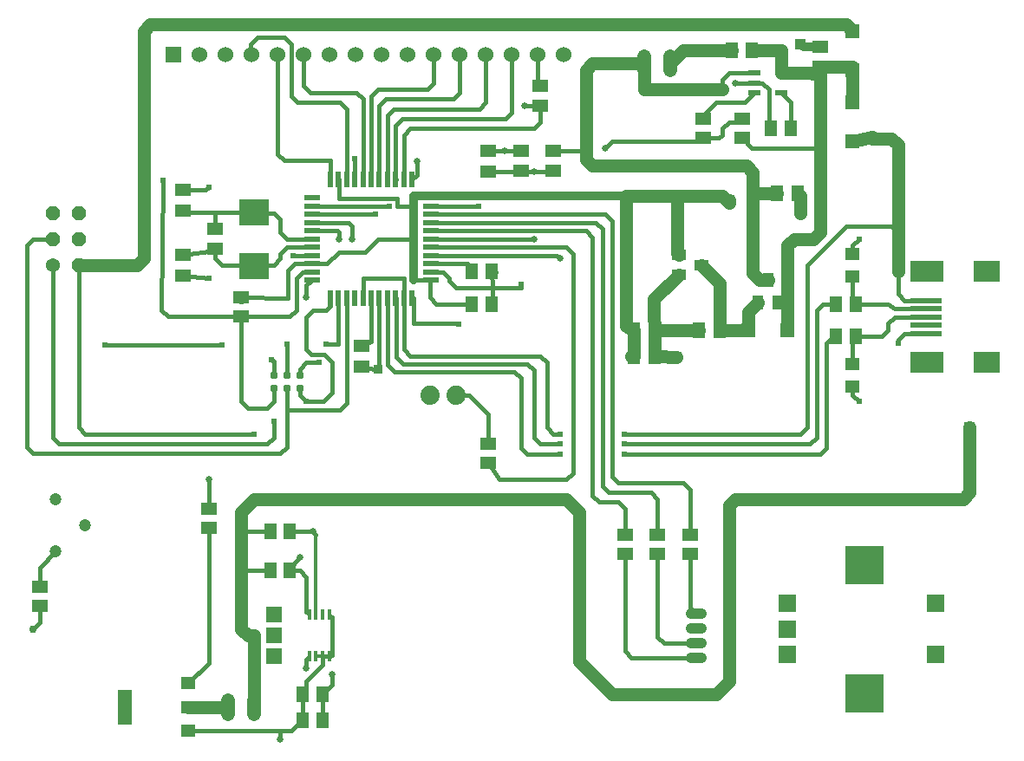
<source format=gbl>
G75*
%MOIN*%
%OFA0B0*%
%FSLAX25Y25*%
%IPPOS*%
%LPD*%
%AMOC8*
5,1,8,0,0,1.08239X$1,22.5*
%
%ADD10C,0.03100*%
%ADD11R,0.09843X0.07874*%
%ADD12R,0.12992X0.07874*%
%ADD13R,0.12205X0.01969*%
%ADD14R,0.05118X0.05906*%
%ADD15R,0.05118X0.06299*%
%ADD16R,0.01969X0.05906*%
%ADD17R,0.05906X0.01969*%
%ADD18R,0.06299X0.05118*%
%ADD19R,0.11811X0.09843*%
%ADD20R,0.05906X0.05118*%
%ADD21R,0.15024X0.15024*%
%ADD22R,0.07087X0.07087*%
%ADD23R,0.04724X0.02165*%
%ADD24C,0.04134*%
%ADD25R,0.06000X0.06000*%
%ADD26C,0.06000*%
%ADD27R,0.03937X0.05512*%
%ADD28R,0.05512X0.05512*%
%ADD29C,0.07400*%
%ADD30R,0.05906X0.05906*%
%ADD31C,0.05400*%
%ADD32OC8,0.05400*%
%ADD33C,0.04724*%
%ADD34C,0.05400*%
%ADD35R,0.01772X0.03937*%
%ADD36R,0.05512X0.04724*%
%ADD37R,0.05512X0.13780*%
%ADD38R,0.05512X0.03937*%
%ADD39C,0.01600*%
%ADD40R,0.02400X0.02400*%
%ADD41R,0.03562X0.03562*%
%ADD42R,0.04134X0.04134*%
%ADD43C,0.05000*%
%ADD44C,0.01200*%
%ADD45C,0.04134*%
%ADD46C,0.03200*%
%ADD47C,0.02972*%
%ADD48C,0.02578*%
%ADD49C,0.02400*%
D10*
X0109300Y0144300D03*
X0109300Y0149300D03*
X0114300Y0149300D03*
X0114300Y0144300D03*
X0119300Y0144300D03*
X0119300Y0149300D03*
D11*
X0383611Y0154280D03*
X0383611Y0189320D03*
D12*
X0360383Y0189320D03*
X0360383Y0154280D03*
D13*
X0359989Y0165501D03*
X0359989Y0168650D03*
X0359989Y0171800D03*
X0359989Y0174950D03*
X0359989Y0178099D03*
D14*
X0333040Y0176800D03*
X0325560Y0176800D03*
X0325560Y0164300D03*
X0333040Y0164300D03*
X0308040Y0244300D03*
X0300560Y0244300D03*
X0115540Y0089300D03*
X0108060Y0089300D03*
X0108060Y0074300D03*
X0115540Y0074300D03*
D15*
X0120363Y0026800D03*
X0128237Y0026800D03*
X0128237Y0016800D03*
X0120363Y0016800D03*
X0247863Y0156800D03*
X0255737Y0156800D03*
X0255737Y0166800D03*
X0247863Y0166800D03*
X0272863Y0166800D03*
X0280737Y0166800D03*
X0302863Y0219300D03*
X0310737Y0219300D03*
X0293237Y0274300D03*
X0285363Y0274300D03*
X0193237Y0189300D03*
X0185363Y0189300D03*
X0185363Y0176800D03*
X0193237Y0176800D03*
D16*
X0162548Y0178965D03*
X0159398Y0178965D03*
X0156249Y0178965D03*
X0153099Y0178965D03*
X0149950Y0178965D03*
X0146800Y0178965D03*
X0143650Y0178965D03*
X0140501Y0178965D03*
X0137351Y0178965D03*
X0134202Y0178965D03*
X0131052Y0178965D03*
X0131052Y0224635D03*
X0134202Y0224635D03*
X0137351Y0224635D03*
X0140501Y0224635D03*
X0143650Y0224635D03*
X0146800Y0224635D03*
X0149950Y0224635D03*
X0153099Y0224635D03*
X0156249Y0224635D03*
X0159398Y0224635D03*
X0162548Y0224635D03*
D17*
X0169635Y0217548D03*
X0169635Y0214398D03*
X0169635Y0211249D03*
X0169635Y0208099D03*
X0169635Y0204950D03*
X0169635Y0201800D03*
X0169635Y0198650D03*
X0169635Y0195501D03*
X0169635Y0192351D03*
X0169635Y0189202D03*
X0169635Y0186052D03*
X0123965Y0186052D03*
X0123965Y0189202D03*
X0123965Y0192351D03*
X0123965Y0195501D03*
X0123965Y0198650D03*
X0123965Y0201800D03*
X0123965Y0204950D03*
X0123965Y0208099D03*
X0123965Y0211249D03*
X0123965Y0214398D03*
X0123965Y0217548D03*
D18*
X0074300Y0220737D03*
X0074300Y0212863D03*
X0074300Y0195737D03*
X0074300Y0187863D03*
X0143050Y0160737D03*
X0143050Y0152863D03*
X0191800Y0227863D03*
X0191800Y0235737D03*
D19*
X0101800Y0211898D03*
X0101800Y0191308D03*
D20*
X0096800Y0179390D03*
X0096800Y0171910D03*
X0086800Y0198060D03*
X0086800Y0205540D03*
X0191800Y0123040D03*
X0191800Y0115560D03*
X0244300Y0088040D03*
X0244300Y0080560D03*
X0256800Y0080560D03*
X0256800Y0088040D03*
X0269300Y0088040D03*
X0269300Y0080560D03*
X0084300Y0090560D03*
X0084300Y0098040D03*
X0019300Y0068040D03*
X0019300Y0060560D03*
X0204300Y0228060D03*
X0204300Y0235540D03*
X0216800Y0235540D03*
X0216800Y0228060D03*
X0211800Y0253060D03*
X0211800Y0260540D03*
X0274300Y0248040D03*
X0274300Y0240560D03*
X0289300Y0240560D03*
X0289300Y0248040D03*
X0319300Y0268060D03*
X0319300Y0275540D03*
D21*
X0336328Y0076406D03*
X0336328Y0027194D03*
D22*
X0363887Y0041957D03*
X0363887Y0061643D03*
X0306800Y0061643D03*
X0306800Y0051800D03*
X0306800Y0041957D03*
D23*
X0304419Y0258060D03*
X0294181Y0258060D03*
X0294181Y0261800D03*
X0294181Y0265540D03*
X0304419Y0265540D03*
D24*
X0273867Y0057611D02*
X0269733Y0057611D01*
X0269733Y0051987D02*
X0273867Y0051987D01*
X0273867Y0046363D02*
X0269733Y0046363D01*
X0269733Y0040739D02*
X0273867Y0040739D01*
D25*
X0070816Y0272824D03*
D26*
X0080816Y0272824D03*
X0090816Y0272824D03*
X0100816Y0272824D03*
X0110816Y0272824D03*
X0120816Y0272824D03*
X0130816Y0272824D03*
X0140816Y0272824D03*
X0150816Y0272824D03*
X0160816Y0272824D03*
X0170816Y0272824D03*
X0180816Y0272824D03*
X0190816Y0272824D03*
X0200816Y0272824D03*
X0210816Y0272824D03*
X0220816Y0272824D03*
D27*
X0299300Y0186131D03*
X0295560Y0177469D03*
X0303040Y0177469D03*
D28*
X0306780Y0166800D03*
X0291820Y0166800D03*
X0331800Y0239320D03*
X0331800Y0254280D03*
X0331800Y0266820D03*
X0331800Y0281780D03*
D29*
X0179300Y0141800D03*
X0169300Y0141800D03*
D30*
X0109300Y0057300D03*
X0109300Y0049300D03*
X0109300Y0041300D03*
D31*
X0024300Y0191800D03*
D32*
X0034300Y0191800D03*
X0034300Y0201800D03*
X0024300Y0201800D03*
X0024300Y0211800D03*
X0034300Y0211800D03*
D33*
X0025580Y0101800D03*
X0036800Y0091800D03*
X0025580Y0081800D03*
D34*
X0091800Y0024500D02*
X0091800Y0019100D01*
X0101800Y0019100D02*
X0101800Y0024500D01*
X0251800Y0266600D02*
X0251800Y0272000D01*
X0261800Y0272000D02*
X0261800Y0266600D01*
D35*
X0130639Y0057371D03*
X0128080Y0057371D03*
X0125520Y0057371D03*
X0122961Y0057371D03*
X0122961Y0041229D03*
X0125520Y0041229D03*
X0128080Y0041229D03*
X0130639Y0041229D03*
D36*
X0076501Y0030898D03*
X0076501Y0021800D03*
X0076501Y0012702D03*
X0331800Y0144969D03*
X0331800Y0153631D03*
X0331800Y0187469D03*
X0331800Y0196131D03*
D37*
X0052099Y0021800D03*
D38*
X0264969Y0188060D03*
X0264969Y0195540D03*
X0273631Y0191800D03*
D39*
X0303040Y0177469D02*
X0305200Y0177469D01*
X0305206Y0177469D01*
X0318050Y0174300D02*
X0320550Y0176800D01*
X0325560Y0176800D01*
X0331800Y0178040D02*
X0333040Y0176800D01*
X0345500Y0176800D01*
X0348000Y0174950D01*
X0359989Y0174950D01*
X0359989Y0178099D02*
X0351800Y0178099D01*
X0349300Y0180599D01*
X0349300Y0189300D01*
X0334300Y0201800D02*
X0331800Y0199300D01*
X0331800Y0196131D01*
X0331800Y0187469D02*
X0331800Y0178040D01*
X0318050Y0174300D02*
X0318050Y0125400D01*
X0315550Y0122900D01*
X0244250Y0122900D01*
X0244250Y0119000D02*
X0319300Y0119000D01*
X0321800Y0121500D01*
X0321800Y0161800D01*
X0324300Y0164300D01*
X0325560Y0164300D01*
X0331800Y0163060D02*
X0331800Y0153631D01*
X0331800Y0144969D02*
X0331800Y0141800D01*
X0334300Y0139300D01*
X0314300Y0129300D02*
X0314300Y0191800D01*
X0329300Y0206800D01*
X0346800Y0206800D01*
X0349300Y0204300D01*
X0348000Y0171800D02*
X0345500Y0169300D01*
X0345500Y0166800D01*
X0343000Y0164300D01*
X0333040Y0164300D01*
X0331800Y0163060D01*
X0348000Y0171800D02*
X0359989Y0171800D01*
X0359989Y0165501D02*
X0351800Y0165501D01*
X0349300Y0163001D01*
X0349300Y0161800D01*
X0314300Y0129300D02*
X0311800Y0126800D01*
X0244250Y0126800D01*
X0224300Y0111800D02*
X0221800Y0109300D01*
X0196288Y0109300D01*
X0191800Y0115560D01*
X0191800Y0123040D02*
X0191800Y0134300D01*
X0184300Y0141800D01*
X0179300Y0141800D01*
X0161800Y0156800D02*
X0159300Y0159300D01*
X0159300Y0178965D01*
X0159398Y0178965D01*
X0159300Y0178965D02*
X0159300Y0186800D01*
X0143650Y0186800D01*
X0143650Y0178965D01*
X0146800Y0178965D02*
X0146800Y0162312D01*
X0143050Y0160737D01*
X0143050Y0152863D02*
X0149300Y0151288D01*
X0149300Y0151800D01*
X0149300Y0151288D02*
X0149950Y0151288D01*
X0149950Y0178965D01*
X0153099Y0178965D02*
X0153250Y0178965D01*
X0153250Y0153350D01*
X0155750Y0150850D01*
X0201800Y0150850D01*
X0204300Y0148350D01*
X0204300Y0121500D01*
X0206800Y0119000D01*
X0219300Y0119000D01*
X0219300Y0122900D02*
X0211800Y0122900D01*
X0209300Y0125400D01*
X0209300Y0151325D01*
X0206800Y0153825D01*
X0159000Y0153825D01*
X0156500Y0156325D01*
X0156500Y0178965D01*
X0156249Y0178965D01*
X0162548Y0178965D02*
X0163050Y0178965D01*
X0163050Y0169300D01*
X0180300Y0169300D01*
X0180300Y0169050D01*
X0185363Y0176800D02*
X0171800Y0176800D01*
X0169300Y0179300D01*
X0169300Y0186052D01*
X0169635Y0186052D01*
X0163125Y0186052D01*
X0162987Y0191828D01*
X0162464Y0192351D01*
X0162987Y0191828D02*
X0162450Y0214300D01*
X0156900Y0214300D01*
X0156900Y0217450D01*
X0134300Y0217450D01*
X0134300Y0224635D01*
X0134202Y0224635D01*
X0131150Y0224635D02*
X0131150Y0231900D01*
X0113316Y0231900D01*
X0110816Y0234400D01*
X0110816Y0272824D01*
X0115975Y0276800D02*
X0115975Y0256800D01*
X0118475Y0254300D01*
X0134851Y0254300D01*
X0137351Y0251800D01*
X0137351Y0224635D01*
X0140501Y0224635D02*
X0140550Y0232135D01*
X0140350Y0232135D01*
X0140350Y0232550D01*
X0143650Y0224635D02*
X0143650Y0255550D01*
X0141150Y0258050D01*
X0123316Y0258050D01*
X0120816Y0260550D01*
X0120816Y0272824D01*
X0115975Y0276800D02*
X0113475Y0279300D01*
X0103050Y0279300D01*
X0100550Y0276800D01*
X0100550Y0272824D01*
X0100816Y0272824D01*
X0090816Y0272824D02*
X0090800Y0272824D01*
X0146800Y0256800D02*
X0146800Y0224635D01*
X0149950Y0224635D02*
X0149950Y0253050D01*
X0152450Y0255550D01*
X0178316Y0255550D01*
X0180816Y0258050D01*
X0180816Y0272824D01*
X0170816Y0272824D02*
X0170816Y0261800D01*
X0168316Y0259300D01*
X0149300Y0259300D01*
X0146800Y0256800D01*
X0153099Y0249300D02*
X0155599Y0251800D01*
X0188316Y0251800D01*
X0190816Y0254300D01*
X0190816Y0272824D01*
X0200816Y0272824D02*
X0200816Y0250375D01*
X0198316Y0247875D01*
X0158749Y0247875D01*
X0156249Y0245375D01*
X0156249Y0224635D01*
X0156300Y0224635D01*
X0159300Y0224635D02*
X0159300Y0241800D01*
X0161800Y0244300D01*
X0209300Y0244300D01*
X0211800Y0246800D01*
X0211800Y0253060D01*
X0211640Y0252900D01*
X0205650Y0252900D01*
X0211800Y0260540D02*
X0210816Y0263296D01*
X0210816Y0272824D01*
X0239300Y0239300D02*
X0236800Y0236800D01*
X0239300Y0239300D02*
X0273040Y0239300D01*
X0274300Y0240560D01*
X0280560Y0240560D01*
X0281800Y0241800D01*
X0281800Y0244300D01*
X0284300Y0246800D01*
X0288060Y0246800D01*
X0289300Y0248040D01*
X0289950Y0248690D01*
X0290422Y0254300D02*
X0279300Y0254300D01*
X0274300Y0249300D01*
X0274300Y0248040D01*
X0281800Y0259300D02*
X0281800Y0263040D01*
X0284300Y0265540D01*
X0294181Y0265540D01*
X0294181Y0261800D02*
X0286800Y0261800D01*
X0294181Y0261800D02*
X0297123Y0261800D01*
X0299623Y0259300D01*
X0299623Y0244300D01*
X0300560Y0244300D01*
X0301800Y0244300D01*
X0308040Y0244300D02*
X0308040Y0254438D01*
X0304419Y0258060D01*
X0294181Y0258060D02*
X0290422Y0254300D01*
X0289300Y0240560D02*
X0293060Y0236800D01*
X0319300Y0236800D01*
X0339300Y0240500D02*
X0339300Y0240894D01*
X0239300Y0208749D02*
X0239300Y0110500D01*
X0241800Y0108000D01*
X0266800Y0108000D01*
X0269300Y0105500D01*
X0269300Y0088040D01*
X0269300Y0080560D02*
X0269300Y0060111D01*
X0271800Y0057611D01*
X0271800Y0046363D02*
X0259300Y0046363D01*
X0256800Y0048863D01*
X0256800Y0080560D01*
X0256800Y0088040D02*
X0256800Y0101800D01*
X0254300Y0104300D01*
X0238200Y0104300D01*
X0235700Y0106800D01*
X0235700Y0205599D01*
X0233200Y0208099D01*
X0169635Y0208099D01*
X0169635Y0204950D02*
X0229300Y0204950D01*
X0231800Y0202450D01*
X0231800Y0103100D01*
X0234300Y0100600D01*
X0241800Y0100600D01*
X0244300Y0098100D01*
X0244300Y0088040D01*
X0244300Y0080560D02*
X0244300Y0043239D01*
X0246800Y0040739D01*
X0271800Y0040739D01*
X0224300Y0111800D02*
X0224300Y0196150D01*
X0221800Y0198650D01*
X0169635Y0198650D01*
X0169635Y0198800D01*
X0169635Y0201800D02*
X0209300Y0201800D01*
X0218099Y0195501D02*
X0169635Y0195501D01*
X0169635Y0192351D02*
X0183788Y0192351D01*
X0185363Y0189300D01*
X0193237Y0189300D02*
X0193462Y0183050D01*
X0204300Y0183050D01*
X0204300Y0184300D01*
X0194812Y0189202D02*
X0193237Y0189300D01*
X0193462Y0183050D02*
X0179300Y0183050D01*
X0176800Y0185550D01*
X0176800Y0186702D01*
X0174300Y0189202D01*
X0169635Y0189202D01*
X0163125Y0201800D02*
X0149300Y0201800D01*
X0144300Y0196800D01*
X0134300Y0196800D01*
X0129851Y0192351D01*
X0123965Y0192351D01*
X0117450Y0192351D01*
X0114950Y0189851D01*
X0114950Y0179190D01*
X0096800Y0179390D01*
X0096800Y0171910D02*
X0068660Y0171914D01*
X0066156Y0174445D01*
X0066800Y0224300D01*
X0074300Y0220737D02*
X0083237Y0220737D01*
X0084300Y0221800D01*
X0086800Y0211898D02*
X0075265Y0211898D01*
X0074300Y0212863D01*
X0086800Y0211898D02*
X0086800Y0205540D01*
X0086800Y0211898D02*
X0101800Y0211898D01*
X0101800Y0211800D01*
X0109300Y0211800D01*
X0111800Y0209300D01*
X0111800Y0204300D01*
X0114300Y0201800D01*
X0123965Y0201800D01*
X0123965Y0198650D02*
X0114300Y0198650D01*
X0111800Y0196150D01*
X0111800Y0194300D01*
X0109300Y0191800D01*
X0101800Y0191800D01*
X0101800Y0191308D01*
X0101800Y0191800D02*
X0089300Y0191800D01*
X0086800Y0194300D01*
X0086800Y0198060D01*
X0086800Y0197312D01*
X0074300Y0195737D01*
X0074300Y0187863D02*
X0084300Y0186800D01*
X0096800Y0171910D02*
X0096800Y0139300D01*
X0099300Y0136800D01*
X0106800Y0136800D01*
X0109300Y0139300D01*
X0109300Y0144300D01*
X0109300Y0149300D02*
X0109300Y0154600D01*
X0108400Y0155500D01*
X0114300Y0161250D02*
X0114300Y0149300D01*
X0114300Y0144300D02*
X0114300Y0136150D01*
X0114300Y0121800D01*
X0111800Y0119300D01*
X0016800Y0119300D01*
X0014300Y0121800D01*
X0014300Y0199300D01*
X0016800Y0201800D01*
X0024300Y0201800D01*
X0024300Y0191800D02*
X0024300Y0125500D01*
X0026800Y0123000D01*
X0106800Y0123000D01*
X0109300Y0125500D01*
X0109300Y0131800D01*
X0114300Y0136150D02*
X0134851Y0136150D01*
X0137351Y0138650D01*
X0137351Y0178965D01*
X0134202Y0178965D02*
X0134202Y0161348D01*
X0129300Y0161250D01*
X0128816Y0157284D02*
X0123816Y0157284D01*
X0121800Y0159300D01*
X0121800Y0171800D01*
X0124300Y0174300D01*
X0129300Y0174300D01*
X0131052Y0176052D01*
X0131052Y0178965D01*
X0121800Y0179300D02*
X0121800Y0183887D01*
X0123965Y0186052D01*
X0123965Y0189202D02*
X0120600Y0189202D01*
X0118100Y0186702D01*
X0118100Y0174416D01*
X0115594Y0171916D01*
X0096800Y0171910D01*
X0089300Y0161125D02*
X0044300Y0161125D01*
X0034300Y0191800D02*
X0034300Y0129300D01*
X0036800Y0126800D01*
X0101800Y0126800D01*
X0119300Y0141800D02*
X0119300Y0144300D01*
X0119300Y0141800D02*
X0121800Y0139300D01*
X0128552Y0139300D01*
X0131800Y0142548D01*
X0131800Y0154300D01*
X0128816Y0157284D01*
X0126800Y0154300D02*
X0121800Y0154300D01*
X0119300Y0151800D01*
X0119300Y0149300D01*
X0161800Y0156800D02*
X0211800Y0156800D01*
X0214300Y0154300D01*
X0214300Y0129300D01*
X0216800Y0126800D01*
X0219300Y0126800D01*
X0255737Y0156800D02*
X0256800Y0156800D01*
X0256800Y0166800D02*
X0255737Y0166800D01*
X0219300Y0194300D02*
X0218099Y0195501D01*
X0236800Y0211249D02*
X0239300Y0208749D01*
X0236800Y0211249D02*
X0169635Y0211249D01*
X0169635Y0214398D02*
X0188040Y0214398D01*
X0191800Y0227863D02*
X0204103Y0227863D01*
X0204300Y0228060D01*
X0202222Y0227638D01*
X0209300Y0227638D01*
X0216378Y0227638D01*
X0216800Y0228060D01*
X0216800Y0235540D02*
X0228040Y0235540D01*
X0229300Y0236800D01*
X0228788Y0237312D01*
X0204300Y0235540D02*
X0198225Y0235540D01*
X0191997Y0235540D01*
X0191800Y0235737D01*
X0169635Y0217548D02*
X0162450Y0217548D01*
X0162450Y0214300D01*
X0153750Y0214300D02*
X0123965Y0214398D01*
X0123965Y0211249D02*
X0136050Y0211249D01*
X0148550Y0211300D01*
X0139300Y0206800D02*
X0139300Y0201800D01*
X0139300Y0206800D02*
X0138001Y0208099D01*
X0123965Y0208099D01*
X0123965Y0204950D02*
X0133650Y0204950D01*
X0134300Y0204300D01*
X0134300Y0201800D01*
X0123965Y0195501D02*
X0116850Y0195501D01*
X0116850Y0195500D01*
X0131052Y0224635D02*
X0131150Y0224635D01*
X0153099Y0224635D02*
X0153099Y0249300D01*
X0164300Y0231800D02*
X0164300Y0226387D01*
X0162548Y0224635D01*
X0162548Y0225048D01*
X0159398Y0224635D02*
X0159300Y0224635D01*
X0193462Y0183050D02*
X0193237Y0176800D01*
X0084300Y0109300D02*
X0084300Y0098040D01*
X0084300Y0090560D02*
X0084300Y0038698D01*
X0076501Y0030898D01*
X0076501Y0012702D02*
X0111800Y0012702D01*
X0116265Y0012702D01*
X0120363Y0016800D01*
X0120363Y0026800D01*
X0121800Y0028237D01*
X0121800Y0031800D01*
X0128080Y0038080D01*
X0128080Y0041229D01*
X0130639Y0041229D01*
X0131229Y0041229D01*
X0131800Y0041800D01*
X0131800Y0056209D01*
X0121800Y0058532D02*
X0121800Y0071800D01*
X0119300Y0074300D01*
X0115540Y0074300D01*
X0117312Y0077312D01*
X0119300Y0079300D01*
X0125520Y0088080D02*
X0124300Y0089300D01*
X0115540Y0089300D01*
X0108060Y0089300D02*
X0096800Y0089300D01*
X0096800Y0074300D02*
X0108060Y0074300D01*
X0121800Y0040068D02*
X0121800Y0036800D01*
X0131800Y0034300D02*
X0131800Y0030363D01*
X0128237Y0026800D01*
X0128237Y0016800D01*
X0111800Y0012702D02*
X0111800Y0009300D01*
X0019300Y0054300D02*
X0016800Y0051800D01*
X0019300Y0054300D02*
X0019300Y0060560D01*
X0019300Y0068040D02*
X0019300Y0075520D01*
X0025580Y0081800D01*
D40*
X0101800Y0126800D03*
X0109300Y0131800D03*
X0121800Y0139300D03*
X0126800Y0154300D03*
X0129300Y0161250D03*
X0114300Y0161250D03*
X0108400Y0155500D03*
X0089300Y0161125D03*
X0084300Y0186800D03*
X0116850Y0195500D03*
X0148550Y0211300D03*
X0153750Y0214300D03*
X0140350Y0232550D03*
X0188040Y0214398D03*
X0204300Y0184300D03*
X0180300Y0169050D03*
X0219300Y0126800D03*
X0219300Y0122900D03*
X0219300Y0119000D03*
X0244250Y0119000D03*
X0244250Y0122900D03*
X0244250Y0126800D03*
X0349300Y0161800D03*
X0084300Y0221800D03*
X0066800Y0224300D03*
X0044300Y0161125D03*
D41*
X0149300Y0151800D03*
D42*
X0255540Y0173517D03*
X0264225Y0156525D03*
X0284300Y0216800D03*
X0311800Y0276800D03*
X0376800Y0129300D03*
D43*
X0376800Y0104300D01*
X0374300Y0101800D01*
X0286800Y0101800D01*
X0284300Y0099300D01*
X0284300Y0031800D01*
X0279300Y0026800D01*
X0239300Y0026800D01*
X0226800Y0039300D01*
X0226800Y0096800D01*
X0221800Y0101800D01*
X0101800Y0101800D01*
X0096800Y0096800D01*
X0096800Y0089300D01*
X0096800Y0074300D01*
X0096800Y0051800D01*
X0099300Y0049300D01*
X0101800Y0049300D01*
X0101800Y0021800D01*
X0091800Y0021800D02*
X0076501Y0021800D01*
X0246800Y0156800D02*
X0247863Y0156800D01*
X0247863Y0166800D01*
X0244800Y0168288D01*
X0244800Y0218250D01*
X0264300Y0218250D01*
X0264300Y0196209D01*
X0264969Y0195540D01*
X0264969Y0188060D02*
X0255540Y0178631D01*
X0255540Y0173517D01*
X0255737Y0166800D01*
X0255737Y0156800D01*
X0256800Y0156800D02*
X0264225Y0156525D01*
X0255737Y0166800D02*
X0272863Y0166800D01*
X0280737Y0166800D02*
X0280737Y0184694D01*
X0273631Y0191800D01*
X0293475Y0188575D02*
X0295975Y0186075D01*
X0299300Y0186075D01*
X0299300Y0186131D01*
X0293475Y0188575D02*
X0293475Y0219300D01*
X0302863Y0219300D01*
X0310737Y0219300D02*
X0311800Y0218237D01*
X0311800Y0211800D01*
X0319300Y0204300D02*
X0319300Y0236800D01*
X0319300Y0265461D01*
X0311879Y0265540D01*
X0319300Y0265540D01*
X0319300Y0268060D01*
X0331800Y0268060D01*
X0331800Y0266820D01*
X0331800Y0254280D01*
X0331800Y0239320D02*
X0339300Y0240894D01*
X0339300Y0240500D02*
X0346800Y0240500D01*
X0349300Y0238000D01*
X0349300Y0204300D01*
X0349300Y0189300D01*
X0319300Y0204300D02*
X0316800Y0201800D01*
X0309300Y0201800D01*
X0306800Y0199300D01*
X0306800Y0177469D01*
X0306800Y0166820D01*
X0306780Y0166800D01*
X0306800Y0177469D02*
X0305200Y0177469D01*
X0295560Y0177469D02*
X0291820Y0173729D01*
X0291820Y0166800D01*
X0280737Y0166800D01*
X0284300Y0215750D02*
X0284300Y0216800D01*
X0284300Y0215750D02*
X0281800Y0218250D01*
X0264300Y0218250D01*
X0290975Y0229975D02*
X0293475Y0227475D01*
X0293475Y0219300D01*
X0290975Y0229975D02*
X0231800Y0229975D01*
X0229300Y0232475D01*
X0229300Y0236800D01*
X0229300Y0266800D01*
X0231800Y0269300D01*
X0251800Y0269300D01*
X0251800Y0259300D01*
X0281800Y0259300D01*
X0285363Y0274300D02*
X0266800Y0274300D01*
X0261800Y0269300D01*
X0293237Y0274300D02*
X0304419Y0274300D01*
X0304419Y0265540D01*
X0311879Y0265540D01*
X0329300Y0284300D02*
X0331800Y0281800D01*
X0331800Y0281780D01*
X0329300Y0284300D02*
X0061800Y0284300D01*
X0059300Y0281800D01*
X0059300Y0194300D01*
X0056800Y0191800D01*
X0034300Y0191800D01*
X0096800Y0179390D02*
X0096800Y0179300D01*
D44*
X0125520Y0088080D02*
X0125520Y0057371D01*
X0122961Y0057371D02*
X0121800Y0058532D01*
X0130639Y0057371D02*
X0131800Y0056209D01*
X0128080Y0041229D02*
X0125520Y0041229D01*
X0122961Y0041229D02*
X0121800Y0040068D01*
D45*
X0311800Y0211800D03*
D46*
X0244800Y0218250D02*
X0163125Y0218250D01*
X0163125Y0201800D01*
X0163125Y0186052D01*
X0311800Y0276800D02*
X0313060Y0275540D01*
X0319300Y0275540D01*
D47*
X0016800Y0051800D03*
D48*
X0084300Y0109300D03*
X0124300Y0089300D03*
X0119300Y0079300D03*
X0121800Y0036800D03*
X0131800Y0034300D03*
X0111800Y0009300D03*
X0121800Y0179300D03*
X0134300Y0201800D03*
X0139300Y0201800D03*
X0164300Y0231800D03*
X0198225Y0235540D03*
X0209300Y0227638D03*
X0236800Y0236800D03*
X0205650Y0252900D03*
X0209300Y0201800D03*
X0219300Y0194300D03*
X0286800Y0261800D03*
D49*
X0334300Y0201800D03*
X0334300Y0139300D03*
M02*

</source>
